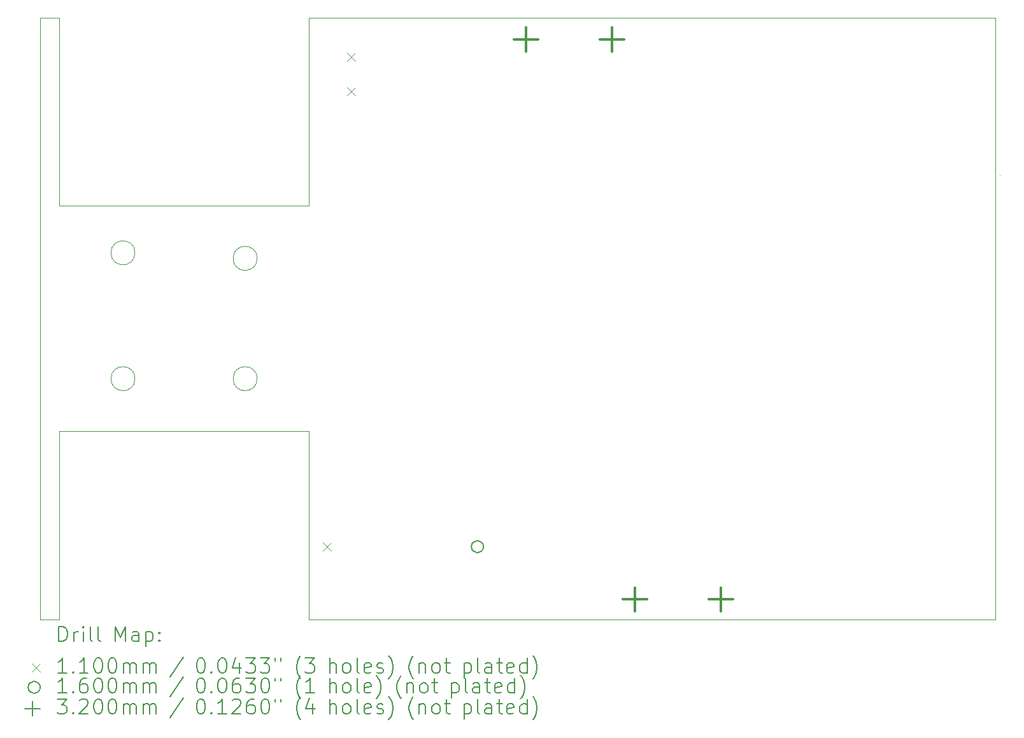
<source format=gbr>
%TF.GenerationSoftware,KiCad,Pcbnew,(7.0.0-0)*%
%TF.CreationDate,2023-02-22T15:23:46+03:00*%
%TF.ProjectId,RP2040_minimal,52503230-3430-45f6-9d69-6e696d616c2e,REV1*%
%TF.SameCoordinates,Original*%
%TF.FileFunction,Drillmap*%
%TF.FilePolarity,Positive*%
%FSLAX45Y45*%
G04 Gerber Fmt 4.5, Leading zero omitted, Abs format (unit mm)*
G04 Created by KiCad (PCBNEW (7.0.0-0)) date 2023-02-22 15:23:46*
%MOMM*%
%LPD*%
G01*
G04 APERTURE LIST*
%ADD10C,0.010000*%
%ADD11C,0.001536*%
%ADD12C,0.200000*%
%ADD13C,0.110000*%
%ADD14C,0.160000*%
%ADD15C,0.320000*%
G04 APERTURE END LIST*
D10*
X22124000Y-3959000D02*
X22124000Y-11959000D01*
D11*
X22179500Y-6050023D02*
X22179500Y-6050023D01*
D10*
X12308500Y-8759000D02*
G75*
G03*
X12308500Y-8759000I-160000J0D01*
G01*
X9674000Y-9459000D02*
X12999000Y-9459000D01*
X22124000Y-5651000D02*
X22124000Y-5651000D01*
X12999000Y-3959000D02*
X22124000Y-3959000D01*
X22124000Y-11959000D02*
X12999000Y-11959000D01*
X12999000Y-9459000D02*
X12999000Y-11959000D01*
X9674000Y-3959000D02*
X9674000Y-6459000D01*
X10684500Y-7085623D02*
G75*
G03*
X10684500Y-7085623I-160000J0D01*
G01*
X10684500Y-8759000D02*
G75*
G03*
X10684500Y-8759000I-160000J0D01*
G01*
X12999000Y-6459000D02*
X12999000Y-3959000D01*
X9424000Y-11959000D02*
X9424000Y-3959000D01*
X9674000Y-11959000D02*
X9424000Y-11959000D01*
X9674000Y-11959000D02*
X9674000Y-9459000D01*
X9424000Y-3959000D02*
X9674000Y-3959000D01*
X12308500Y-7159000D02*
G75*
G03*
X12308500Y-7159000I-160000J0D01*
G01*
X9674000Y-6459000D02*
X12999000Y-6459000D01*
D12*
D13*
X13181607Y-10938000D02*
X13291607Y-11048000D01*
X13291607Y-10938000D02*
X13181607Y-11048000D01*
X13503000Y-4427000D02*
X13613000Y-4537000D01*
X13613000Y-4427000D02*
X13503000Y-4537000D01*
X13503000Y-4887000D02*
X13613000Y-4997000D01*
X13613000Y-4887000D02*
X13503000Y-4997000D01*
D14*
X15316607Y-10993000D02*
G75*
G03*
X15316607Y-10993000I-80000J0D01*
G01*
D15*
X15883000Y-4087000D02*
X15883000Y-4407000D01*
X15723000Y-4247000D02*
X16043000Y-4247000D01*
X17026000Y-4087000D02*
X17026000Y-4407000D01*
X16866000Y-4247000D02*
X17186000Y-4247000D01*
X17330000Y-11535000D02*
X17330000Y-11855000D01*
X17170000Y-11695000D02*
X17490000Y-11695000D01*
X18473000Y-11535000D02*
X18473000Y-11855000D01*
X18313000Y-11695000D02*
X18633000Y-11695000D01*
D12*
X9671119Y-12252976D02*
X9671119Y-12052976D01*
X9671119Y-12052976D02*
X9718738Y-12052976D01*
X9718738Y-12052976D02*
X9747310Y-12062500D01*
X9747310Y-12062500D02*
X9766357Y-12081548D01*
X9766357Y-12081548D02*
X9775881Y-12100595D01*
X9775881Y-12100595D02*
X9785405Y-12138690D01*
X9785405Y-12138690D02*
X9785405Y-12167262D01*
X9785405Y-12167262D02*
X9775881Y-12205357D01*
X9775881Y-12205357D02*
X9766357Y-12224405D01*
X9766357Y-12224405D02*
X9747310Y-12243452D01*
X9747310Y-12243452D02*
X9718738Y-12252976D01*
X9718738Y-12252976D02*
X9671119Y-12252976D01*
X9871119Y-12252976D02*
X9871119Y-12119643D01*
X9871119Y-12157738D02*
X9880643Y-12138690D01*
X9880643Y-12138690D02*
X9890167Y-12129167D01*
X9890167Y-12129167D02*
X9909214Y-12119643D01*
X9909214Y-12119643D02*
X9928262Y-12119643D01*
X9994929Y-12252976D02*
X9994929Y-12119643D01*
X9994929Y-12052976D02*
X9985405Y-12062500D01*
X9985405Y-12062500D02*
X9994929Y-12072024D01*
X9994929Y-12072024D02*
X10004452Y-12062500D01*
X10004452Y-12062500D02*
X9994929Y-12052976D01*
X9994929Y-12052976D02*
X9994929Y-12072024D01*
X10118738Y-12252976D02*
X10099690Y-12243452D01*
X10099690Y-12243452D02*
X10090167Y-12224405D01*
X10090167Y-12224405D02*
X10090167Y-12052976D01*
X10223500Y-12252976D02*
X10204452Y-12243452D01*
X10204452Y-12243452D02*
X10194929Y-12224405D01*
X10194929Y-12224405D02*
X10194929Y-12052976D01*
X10419690Y-12252976D02*
X10419690Y-12052976D01*
X10419690Y-12052976D02*
X10486357Y-12195833D01*
X10486357Y-12195833D02*
X10553024Y-12052976D01*
X10553024Y-12052976D02*
X10553024Y-12252976D01*
X10733976Y-12252976D02*
X10733976Y-12148214D01*
X10733976Y-12148214D02*
X10724452Y-12129167D01*
X10724452Y-12129167D02*
X10705405Y-12119643D01*
X10705405Y-12119643D02*
X10667309Y-12119643D01*
X10667309Y-12119643D02*
X10648262Y-12129167D01*
X10733976Y-12243452D02*
X10714929Y-12252976D01*
X10714929Y-12252976D02*
X10667309Y-12252976D01*
X10667309Y-12252976D02*
X10648262Y-12243452D01*
X10648262Y-12243452D02*
X10638738Y-12224405D01*
X10638738Y-12224405D02*
X10638738Y-12205357D01*
X10638738Y-12205357D02*
X10648262Y-12186309D01*
X10648262Y-12186309D02*
X10667309Y-12176786D01*
X10667309Y-12176786D02*
X10714929Y-12176786D01*
X10714929Y-12176786D02*
X10733976Y-12167262D01*
X10829214Y-12119643D02*
X10829214Y-12319643D01*
X10829214Y-12129167D02*
X10848262Y-12119643D01*
X10848262Y-12119643D02*
X10886357Y-12119643D01*
X10886357Y-12119643D02*
X10905405Y-12129167D01*
X10905405Y-12129167D02*
X10914929Y-12138690D01*
X10914929Y-12138690D02*
X10924452Y-12157738D01*
X10924452Y-12157738D02*
X10924452Y-12214881D01*
X10924452Y-12214881D02*
X10914929Y-12233928D01*
X10914929Y-12233928D02*
X10905405Y-12243452D01*
X10905405Y-12243452D02*
X10886357Y-12252976D01*
X10886357Y-12252976D02*
X10848262Y-12252976D01*
X10848262Y-12252976D02*
X10829214Y-12243452D01*
X11010167Y-12233928D02*
X11019690Y-12243452D01*
X11019690Y-12243452D02*
X11010167Y-12252976D01*
X11010167Y-12252976D02*
X11000643Y-12243452D01*
X11000643Y-12243452D02*
X11010167Y-12233928D01*
X11010167Y-12233928D02*
X11010167Y-12252976D01*
X11010167Y-12129167D02*
X11019690Y-12138690D01*
X11019690Y-12138690D02*
X11010167Y-12148214D01*
X11010167Y-12148214D02*
X11000643Y-12138690D01*
X11000643Y-12138690D02*
X11010167Y-12129167D01*
X11010167Y-12129167D02*
X11010167Y-12148214D01*
D13*
X9313500Y-12544500D02*
X9423500Y-12654500D01*
X9423500Y-12544500D02*
X9313500Y-12654500D01*
D12*
X9775881Y-12672976D02*
X9661595Y-12672976D01*
X9718738Y-12672976D02*
X9718738Y-12472976D01*
X9718738Y-12472976D02*
X9699690Y-12501548D01*
X9699690Y-12501548D02*
X9680643Y-12520595D01*
X9680643Y-12520595D02*
X9661595Y-12530119D01*
X9861595Y-12653928D02*
X9871119Y-12663452D01*
X9871119Y-12663452D02*
X9861595Y-12672976D01*
X9861595Y-12672976D02*
X9852071Y-12663452D01*
X9852071Y-12663452D02*
X9861595Y-12653928D01*
X9861595Y-12653928D02*
X9861595Y-12672976D01*
X10061595Y-12672976D02*
X9947310Y-12672976D01*
X10004452Y-12672976D02*
X10004452Y-12472976D01*
X10004452Y-12472976D02*
X9985405Y-12501548D01*
X9985405Y-12501548D02*
X9966357Y-12520595D01*
X9966357Y-12520595D02*
X9947310Y-12530119D01*
X10185405Y-12472976D02*
X10204452Y-12472976D01*
X10204452Y-12472976D02*
X10223500Y-12482500D01*
X10223500Y-12482500D02*
X10233024Y-12492024D01*
X10233024Y-12492024D02*
X10242548Y-12511071D01*
X10242548Y-12511071D02*
X10252071Y-12549167D01*
X10252071Y-12549167D02*
X10252071Y-12596786D01*
X10252071Y-12596786D02*
X10242548Y-12634881D01*
X10242548Y-12634881D02*
X10233024Y-12653928D01*
X10233024Y-12653928D02*
X10223500Y-12663452D01*
X10223500Y-12663452D02*
X10204452Y-12672976D01*
X10204452Y-12672976D02*
X10185405Y-12672976D01*
X10185405Y-12672976D02*
X10166357Y-12663452D01*
X10166357Y-12663452D02*
X10156833Y-12653928D01*
X10156833Y-12653928D02*
X10147310Y-12634881D01*
X10147310Y-12634881D02*
X10137786Y-12596786D01*
X10137786Y-12596786D02*
X10137786Y-12549167D01*
X10137786Y-12549167D02*
X10147310Y-12511071D01*
X10147310Y-12511071D02*
X10156833Y-12492024D01*
X10156833Y-12492024D02*
X10166357Y-12482500D01*
X10166357Y-12482500D02*
X10185405Y-12472976D01*
X10375881Y-12472976D02*
X10394929Y-12472976D01*
X10394929Y-12472976D02*
X10413976Y-12482500D01*
X10413976Y-12482500D02*
X10423500Y-12492024D01*
X10423500Y-12492024D02*
X10433024Y-12511071D01*
X10433024Y-12511071D02*
X10442548Y-12549167D01*
X10442548Y-12549167D02*
X10442548Y-12596786D01*
X10442548Y-12596786D02*
X10433024Y-12634881D01*
X10433024Y-12634881D02*
X10423500Y-12653928D01*
X10423500Y-12653928D02*
X10413976Y-12663452D01*
X10413976Y-12663452D02*
X10394929Y-12672976D01*
X10394929Y-12672976D02*
X10375881Y-12672976D01*
X10375881Y-12672976D02*
X10356833Y-12663452D01*
X10356833Y-12663452D02*
X10347310Y-12653928D01*
X10347310Y-12653928D02*
X10337786Y-12634881D01*
X10337786Y-12634881D02*
X10328262Y-12596786D01*
X10328262Y-12596786D02*
X10328262Y-12549167D01*
X10328262Y-12549167D02*
X10337786Y-12511071D01*
X10337786Y-12511071D02*
X10347310Y-12492024D01*
X10347310Y-12492024D02*
X10356833Y-12482500D01*
X10356833Y-12482500D02*
X10375881Y-12472976D01*
X10528262Y-12672976D02*
X10528262Y-12539643D01*
X10528262Y-12558690D02*
X10537786Y-12549167D01*
X10537786Y-12549167D02*
X10556833Y-12539643D01*
X10556833Y-12539643D02*
X10585405Y-12539643D01*
X10585405Y-12539643D02*
X10604452Y-12549167D01*
X10604452Y-12549167D02*
X10613976Y-12568214D01*
X10613976Y-12568214D02*
X10613976Y-12672976D01*
X10613976Y-12568214D02*
X10623500Y-12549167D01*
X10623500Y-12549167D02*
X10642548Y-12539643D01*
X10642548Y-12539643D02*
X10671119Y-12539643D01*
X10671119Y-12539643D02*
X10690167Y-12549167D01*
X10690167Y-12549167D02*
X10699691Y-12568214D01*
X10699691Y-12568214D02*
X10699691Y-12672976D01*
X10794929Y-12672976D02*
X10794929Y-12539643D01*
X10794929Y-12558690D02*
X10804452Y-12549167D01*
X10804452Y-12549167D02*
X10823500Y-12539643D01*
X10823500Y-12539643D02*
X10852072Y-12539643D01*
X10852072Y-12539643D02*
X10871119Y-12549167D01*
X10871119Y-12549167D02*
X10880643Y-12568214D01*
X10880643Y-12568214D02*
X10880643Y-12672976D01*
X10880643Y-12568214D02*
X10890167Y-12549167D01*
X10890167Y-12549167D02*
X10909214Y-12539643D01*
X10909214Y-12539643D02*
X10937786Y-12539643D01*
X10937786Y-12539643D02*
X10956833Y-12549167D01*
X10956833Y-12549167D02*
X10966357Y-12568214D01*
X10966357Y-12568214D02*
X10966357Y-12672976D01*
X11324452Y-12463452D02*
X11153024Y-12720595D01*
X11549214Y-12472976D02*
X11568262Y-12472976D01*
X11568262Y-12472976D02*
X11587310Y-12482500D01*
X11587310Y-12482500D02*
X11596833Y-12492024D01*
X11596833Y-12492024D02*
X11606357Y-12511071D01*
X11606357Y-12511071D02*
X11615881Y-12549167D01*
X11615881Y-12549167D02*
X11615881Y-12596786D01*
X11615881Y-12596786D02*
X11606357Y-12634881D01*
X11606357Y-12634881D02*
X11596833Y-12653928D01*
X11596833Y-12653928D02*
X11587310Y-12663452D01*
X11587310Y-12663452D02*
X11568262Y-12672976D01*
X11568262Y-12672976D02*
X11549214Y-12672976D01*
X11549214Y-12672976D02*
X11530167Y-12663452D01*
X11530167Y-12663452D02*
X11520643Y-12653928D01*
X11520643Y-12653928D02*
X11511119Y-12634881D01*
X11511119Y-12634881D02*
X11501595Y-12596786D01*
X11501595Y-12596786D02*
X11501595Y-12549167D01*
X11501595Y-12549167D02*
X11511119Y-12511071D01*
X11511119Y-12511071D02*
X11520643Y-12492024D01*
X11520643Y-12492024D02*
X11530167Y-12482500D01*
X11530167Y-12482500D02*
X11549214Y-12472976D01*
X11701595Y-12653928D02*
X11711119Y-12663452D01*
X11711119Y-12663452D02*
X11701595Y-12672976D01*
X11701595Y-12672976D02*
X11692071Y-12663452D01*
X11692071Y-12663452D02*
X11701595Y-12653928D01*
X11701595Y-12653928D02*
X11701595Y-12672976D01*
X11834929Y-12472976D02*
X11853976Y-12472976D01*
X11853976Y-12472976D02*
X11873024Y-12482500D01*
X11873024Y-12482500D02*
X11882548Y-12492024D01*
X11882548Y-12492024D02*
X11892071Y-12511071D01*
X11892071Y-12511071D02*
X11901595Y-12549167D01*
X11901595Y-12549167D02*
X11901595Y-12596786D01*
X11901595Y-12596786D02*
X11892071Y-12634881D01*
X11892071Y-12634881D02*
X11882548Y-12653928D01*
X11882548Y-12653928D02*
X11873024Y-12663452D01*
X11873024Y-12663452D02*
X11853976Y-12672976D01*
X11853976Y-12672976D02*
X11834929Y-12672976D01*
X11834929Y-12672976D02*
X11815881Y-12663452D01*
X11815881Y-12663452D02*
X11806357Y-12653928D01*
X11806357Y-12653928D02*
X11796833Y-12634881D01*
X11796833Y-12634881D02*
X11787310Y-12596786D01*
X11787310Y-12596786D02*
X11787310Y-12549167D01*
X11787310Y-12549167D02*
X11796833Y-12511071D01*
X11796833Y-12511071D02*
X11806357Y-12492024D01*
X11806357Y-12492024D02*
X11815881Y-12482500D01*
X11815881Y-12482500D02*
X11834929Y-12472976D01*
X12073024Y-12539643D02*
X12073024Y-12672976D01*
X12025405Y-12463452D02*
X11977786Y-12606309D01*
X11977786Y-12606309D02*
X12101595Y-12606309D01*
X12158738Y-12472976D02*
X12282548Y-12472976D01*
X12282548Y-12472976D02*
X12215881Y-12549167D01*
X12215881Y-12549167D02*
X12244452Y-12549167D01*
X12244452Y-12549167D02*
X12263500Y-12558690D01*
X12263500Y-12558690D02*
X12273024Y-12568214D01*
X12273024Y-12568214D02*
X12282548Y-12587262D01*
X12282548Y-12587262D02*
X12282548Y-12634881D01*
X12282548Y-12634881D02*
X12273024Y-12653928D01*
X12273024Y-12653928D02*
X12263500Y-12663452D01*
X12263500Y-12663452D02*
X12244452Y-12672976D01*
X12244452Y-12672976D02*
X12187310Y-12672976D01*
X12187310Y-12672976D02*
X12168262Y-12663452D01*
X12168262Y-12663452D02*
X12158738Y-12653928D01*
X12349214Y-12472976D02*
X12473024Y-12472976D01*
X12473024Y-12472976D02*
X12406357Y-12549167D01*
X12406357Y-12549167D02*
X12434929Y-12549167D01*
X12434929Y-12549167D02*
X12453976Y-12558690D01*
X12453976Y-12558690D02*
X12463500Y-12568214D01*
X12463500Y-12568214D02*
X12473024Y-12587262D01*
X12473024Y-12587262D02*
X12473024Y-12634881D01*
X12473024Y-12634881D02*
X12463500Y-12653928D01*
X12463500Y-12653928D02*
X12453976Y-12663452D01*
X12453976Y-12663452D02*
X12434929Y-12672976D01*
X12434929Y-12672976D02*
X12377786Y-12672976D01*
X12377786Y-12672976D02*
X12358738Y-12663452D01*
X12358738Y-12663452D02*
X12349214Y-12653928D01*
X12549214Y-12472976D02*
X12549214Y-12511071D01*
X12625405Y-12472976D02*
X12625405Y-12511071D01*
X12888262Y-12749167D02*
X12878738Y-12739643D01*
X12878738Y-12739643D02*
X12859691Y-12711071D01*
X12859691Y-12711071D02*
X12850167Y-12692024D01*
X12850167Y-12692024D02*
X12840643Y-12663452D01*
X12840643Y-12663452D02*
X12831119Y-12615833D01*
X12831119Y-12615833D02*
X12831119Y-12577738D01*
X12831119Y-12577738D02*
X12840643Y-12530119D01*
X12840643Y-12530119D02*
X12850167Y-12501548D01*
X12850167Y-12501548D02*
X12859691Y-12482500D01*
X12859691Y-12482500D02*
X12878738Y-12453928D01*
X12878738Y-12453928D02*
X12888262Y-12444405D01*
X12945405Y-12472976D02*
X13069214Y-12472976D01*
X13069214Y-12472976D02*
X13002548Y-12549167D01*
X13002548Y-12549167D02*
X13031119Y-12549167D01*
X13031119Y-12549167D02*
X13050167Y-12558690D01*
X13050167Y-12558690D02*
X13059691Y-12568214D01*
X13059691Y-12568214D02*
X13069214Y-12587262D01*
X13069214Y-12587262D02*
X13069214Y-12634881D01*
X13069214Y-12634881D02*
X13059691Y-12653928D01*
X13059691Y-12653928D02*
X13050167Y-12663452D01*
X13050167Y-12663452D02*
X13031119Y-12672976D01*
X13031119Y-12672976D02*
X12973976Y-12672976D01*
X12973976Y-12672976D02*
X12954929Y-12663452D01*
X12954929Y-12663452D02*
X12945405Y-12653928D01*
X13274929Y-12672976D02*
X13274929Y-12472976D01*
X13360643Y-12672976D02*
X13360643Y-12568214D01*
X13360643Y-12568214D02*
X13351119Y-12549167D01*
X13351119Y-12549167D02*
X13332072Y-12539643D01*
X13332072Y-12539643D02*
X13303500Y-12539643D01*
X13303500Y-12539643D02*
X13284452Y-12549167D01*
X13284452Y-12549167D02*
X13274929Y-12558690D01*
X13484452Y-12672976D02*
X13465405Y-12663452D01*
X13465405Y-12663452D02*
X13455881Y-12653928D01*
X13455881Y-12653928D02*
X13446357Y-12634881D01*
X13446357Y-12634881D02*
X13446357Y-12577738D01*
X13446357Y-12577738D02*
X13455881Y-12558690D01*
X13455881Y-12558690D02*
X13465405Y-12549167D01*
X13465405Y-12549167D02*
X13484452Y-12539643D01*
X13484452Y-12539643D02*
X13513024Y-12539643D01*
X13513024Y-12539643D02*
X13532072Y-12549167D01*
X13532072Y-12549167D02*
X13541595Y-12558690D01*
X13541595Y-12558690D02*
X13551119Y-12577738D01*
X13551119Y-12577738D02*
X13551119Y-12634881D01*
X13551119Y-12634881D02*
X13541595Y-12653928D01*
X13541595Y-12653928D02*
X13532072Y-12663452D01*
X13532072Y-12663452D02*
X13513024Y-12672976D01*
X13513024Y-12672976D02*
X13484452Y-12672976D01*
X13665405Y-12672976D02*
X13646357Y-12663452D01*
X13646357Y-12663452D02*
X13636833Y-12644405D01*
X13636833Y-12644405D02*
X13636833Y-12472976D01*
X13817786Y-12663452D02*
X13798738Y-12672976D01*
X13798738Y-12672976D02*
X13760643Y-12672976D01*
X13760643Y-12672976D02*
X13741595Y-12663452D01*
X13741595Y-12663452D02*
X13732072Y-12644405D01*
X13732072Y-12644405D02*
X13732072Y-12568214D01*
X13732072Y-12568214D02*
X13741595Y-12549167D01*
X13741595Y-12549167D02*
X13760643Y-12539643D01*
X13760643Y-12539643D02*
X13798738Y-12539643D01*
X13798738Y-12539643D02*
X13817786Y-12549167D01*
X13817786Y-12549167D02*
X13827310Y-12568214D01*
X13827310Y-12568214D02*
X13827310Y-12587262D01*
X13827310Y-12587262D02*
X13732072Y-12606309D01*
X13903500Y-12663452D02*
X13922548Y-12672976D01*
X13922548Y-12672976D02*
X13960643Y-12672976D01*
X13960643Y-12672976D02*
X13979691Y-12663452D01*
X13979691Y-12663452D02*
X13989214Y-12644405D01*
X13989214Y-12644405D02*
X13989214Y-12634881D01*
X13989214Y-12634881D02*
X13979691Y-12615833D01*
X13979691Y-12615833D02*
X13960643Y-12606309D01*
X13960643Y-12606309D02*
X13932072Y-12606309D01*
X13932072Y-12606309D02*
X13913024Y-12596786D01*
X13913024Y-12596786D02*
X13903500Y-12577738D01*
X13903500Y-12577738D02*
X13903500Y-12568214D01*
X13903500Y-12568214D02*
X13913024Y-12549167D01*
X13913024Y-12549167D02*
X13932072Y-12539643D01*
X13932072Y-12539643D02*
X13960643Y-12539643D01*
X13960643Y-12539643D02*
X13979691Y-12549167D01*
X14055881Y-12749167D02*
X14065405Y-12739643D01*
X14065405Y-12739643D02*
X14084453Y-12711071D01*
X14084453Y-12711071D02*
X14093976Y-12692024D01*
X14093976Y-12692024D02*
X14103500Y-12663452D01*
X14103500Y-12663452D02*
X14113024Y-12615833D01*
X14113024Y-12615833D02*
X14113024Y-12577738D01*
X14113024Y-12577738D02*
X14103500Y-12530119D01*
X14103500Y-12530119D02*
X14093976Y-12501548D01*
X14093976Y-12501548D02*
X14084453Y-12482500D01*
X14084453Y-12482500D02*
X14065405Y-12453928D01*
X14065405Y-12453928D02*
X14055881Y-12444405D01*
X14385405Y-12749167D02*
X14375881Y-12739643D01*
X14375881Y-12739643D02*
X14356833Y-12711071D01*
X14356833Y-12711071D02*
X14347310Y-12692024D01*
X14347310Y-12692024D02*
X14337786Y-12663452D01*
X14337786Y-12663452D02*
X14328262Y-12615833D01*
X14328262Y-12615833D02*
X14328262Y-12577738D01*
X14328262Y-12577738D02*
X14337786Y-12530119D01*
X14337786Y-12530119D02*
X14347310Y-12501548D01*
X14347310Y-12501548D02*
X14356833Y-12482500D01*
X14356833Y-12482500D02*
X14375881Y-12453928D01*
X14375881Y-12453928D02*
X14385405Y-12444405D01*
X14461595Y-12539643D02*
X14461595Y-12672976D01*
X14461595Y-12558690D02*
X14471119Y-12549167D01*
X14471119Y-12549167D02*
X14490167Y-12539643D01*
X14490167Y-12539643D02*
X14518738Y-12539643D01*
X14518738Y-12539643D02*
X14537786Y-12549167D01*
X14537786Y-12549167D02*
X14547310Y-12568214D01*
X14547310Y-12568214D02*
X14547310Y-12672976D01*
X14671119Y-12672976D02*
X14652072Y-12663452D01*
X14652072Y-12663452D02*
X14642548Y-12653928D01*
X14642548Y-12653928D02*
X14633024Y-12634881D01*
X14633024Y-12634881D02*
X14633024Y-12577738D01*
X14633024Y-12577738D02*
X14642548Y-12558690D01*
X14642548Y-12558690D02*
X14652072Y-12549167D01*
X14652072Y-12549167D02*
X14671119Y-12539643D01*
X14671119Y-12539643D02*
X14699691Y-12539643D01*
X14699691Y-12539643D02*
X14718738Y-12549167D01*
X14718738Y-12549167D02*
X14728262Y-12558690D01*
X14728262Y-12558690D02*
X14737786Y-12577738D01*
X14737786Y-12577738D02*
X14737786Y-12634881D01*
X14737786Y-12634881D02*
X14728262Y-12653928D01*
X14728262Y-12653928D02*
X14718738Y-12663452D01*
X14718738Y-12663452D02*
X14699691Y-12672976D01*
X14699691Y-12672976D02*
X14671119Y-12672976D01*
X14794929Y-12539643D02*
X14871119Y-12539643D01*
X14823500Y-12472976D02*
X14823500Y-12644405D01*
X14823500Y-12644405D02*
X14833024Y-12663452D01*
X14833024Y-12663452D02*
X14852072Y-12672976D01*
X14852072Y-12672976D02*
X14871119Y-12672976D01*
X15057786Y-12539643D02*
X15057786Y-12739643D01*
X15057786Y-12549167D02*
X15076833Y-12539643D01*
X15076833Y-12539643D02*
X15114929Y-12539643D01*
X15114929Y-12539643D02*
X15133976Y-12549167D01*
X15133976Y-12549167D02*
X15143500Y-12558690D01*
X15143500Y-12558690D02*
X15153024Y-12577738D01*
X15153024Y-12577738D02*
X15153024Y-12634881D01*
X15153024Y-12634881D02*
X15143500Y-12653928D01*
X15143500Y-12653928D02*
X15133976Y-12663452D01*
X15133976Y-12663452D02*
X15114929Y-12672976D01*
X15114929Y-12672976D02*
X15076833Y-12672976D01*
X15076833Y-12672976D02*
X15057786Y-12663452D01*
X15267310Y-12672976D02*
X15248262Y-12663452D01*
X15248262Y-12663452D02*
X15238738Y-12644405D01*
X15238738Y-12644405D02*
X15238738Y-12472976D01*
X15429214Y-12672976D02*
X15429214Y-12568214D01*
X15429214Y-12568214D02*
X15419691Y-12549167D01*
X15419691Y-12549167D02*
X15400643Y-12539643D01*
X15400643Y-12539643D02*
X15362548Y-12539643D01*
X15362548Y-12539643D02*
X15343500Y-12549167D01*
X15429214Y-12663452D02*
X15410167Y-12672976D01*
X15410167Y-12672976D02*
X15362548Y-12672976D01*
X15362548Y-12672976D02*
X15343500Y-12663452D01*
X15343500Y-12663452D02*
X15333976Y-12644405D01*
X15333976Y-12644405D02*
X15333976Y-12625357D01*
X15333976Y-12625357D02*
X15343500Y-12606309D01*
X15343500Y-12606309D02*
X15362548Y-12596786D01*
X15362548Y-12596786D02*
X15410167Y-12596786D01*
X15410167Y-12596786D02*
X15429214Y-12587262D01*
X15495881Y-12539643D02*
X15572072Y-12539643D01*
X15524453Y-12472976D02*
X15524453Y-12644405D01*
X15524453Y-12644405D02*
X15533976Y-12663452D01*
X15533976Y-12663452D02*
X15553024Y-12672976D01*
X15553024Y-12672976D02*
X15572072Y-12672976D01*
X15714929Y-12663452D02*
X15695881Y-12672976D01*
X15695881Y-12672976D02*
X15657786Y-12672976D01*
X15657786Y-12672976D02*
X15638738Y-12663452D01*
X15638738Y-12663452D02*
X15629214Y-12644405D01*
X15629214Y-12644405D02*
X15629214Y-12568214D01*
X15629214Y-12568214D02*
X15638738Y-12549167D01*
X15638738Y-12549167D02*
X15657786Y-12539643D01*
X15657786Y-12539643D02*
X15695881Y-12539643D01*
X15695881Y-12539643D02*
X15714929Y-12549167D01*
X15714929Y-12549167D02*
X15724453Y-12568214D01*
X15724453Y-12568214D02*
X15724453Y-12587262D01*
X15724453Y-12587262D02*
X15629214Y-12606309D01*
X15895881Y-12672976D02*
X15895881Y-12472976D01*
X15895881Y-12663452D02*
X15876834Y-12672976D01*
X15876834Y-12672976D02*
X15838738Y-12672976D01*
X15838738Y-12672976D02*
X15819691Y-12663452D01*
X15819691Y-12663452D02*
X15810167Y-12653928D01*
X15810167Y-12653928D02*
X15800643Y-12634881D01*
X15800643Y-12634881D02*
X15800643Y-12577738D01*
X15800643Y-12577738D02*
X15810167Y-12558690D01*
X15810167Y-12558690D02*
X15819691Y-12549167D01*
X15819691Y-12549167D02*
X15838738Y-12539643D01*
X15838738Y-12539643D02*
X15876834Y-12539643D01*
X15876834Y-12539643D02*
X15895881Y-12549167D01*
X15972072Y-12749167D02*
X15981595Y-12739643D01*
X15981595Y-12739643D02*
X16000643Y-12711071D01*
X16000643Y-12711071D02*
X16010167Y-12692024D01*
X16010167Y-12692024D02*
X16019691Y-12663452D01*
X16019691Y-12663452D02*
X16029214Y-12615833D01*
X16029214Y-12615833D02*
X16029214Y-12577738D01*
X16029214Y-12577738D02*
X16019691Y-12530119D01*
X16019691Y-12530119D02*
X16010167Y-12501548D01*
X16010167Y-12501548D02*
X16000643Y-12482500D01*
X16000643Y-12482500D02*
X15981595Y-12453928D01*
X15981595Y-12453928D02*
X15972072Y-12444405D01*
D14*
X9423500Y-12863500D02*
G75*
G03*
X9423500Y-12863500I-80000J0D01*
G01*
D12*
X9775881Y-12936976D02*
X9661595Y-12936976D01*
X9718738Y-12936976D02*
X9718738Y-12736976D01*
X9718738Y-12736976D02*
X9699690Y-12765548D01*
X9699690Y-12765548D02*
X9680643Y-12784595D01*
X9680643Y-12784595D02*
X9661595Y-12794119D01*
X9861595Y-12917928D02*
X9871119Y-12927452D01*
X9871119Y-12927452D02*
X9861595Y-12936976D01*
X9861595Y-12936976D02*
X9852071Y-12927452D01*
X9852071Y-12927452D02*
X9861595Y-12917928D01*
X9861595Y-12917928D02*
X9861595Y-12936976D01*
X10042548Y-12736976D02*
X10004452Y-12736976D01*
X10004452Y-12736976D02*
X9985405Y-12746500D01*
X9985405Y-12746500D02*
X9975881Y-12756024D01*
X9975881Y-12756024D02*
X9956833Y-12784595D01*
X9956833Y-12784595D02*
X9947310Y-12822690D01*
X9947310Y-12822690D02*
X9947310Y-12898881D01*
X9947310Y-12898881D02*
X9956833Y-12917928D01*
X9956833Y-12917928D02*
X9966357Y-12927452D01*
X9966357Y-12927452D02*
X9985405Y-12936976D01*
X9985405Y-12936976D02*
X10023500Y-12936976D01*
X10023500Y-12936976D02*
X10042548Y-12927452D01*
X10042548Y-12927452D02*
X10052071Y-12917928D01*
X10052071Y-12917928D02*
X10061595Y-12898881D01*
X10061595Y-12898881D02*
X10061595Y-12851262D01*
X10061595Y-12851262D02*
X10052071Y-12832214D01*
X10052071Y-12832214D02*
X10042548Y-12822690D01*
X10042548Y-12822690D02*
X10023500Y-12813167D01*
X10023500Y-12813167D02*
X9985405Y-12813167D01*
X9985405Y-12813167D02*
X9966357Y-12822690D01*
X9966357Y-12822690D02*
X9956833Y-12832214D01*
X9956833Y-12832214D02*
X9947310Y-12851262D01*
X10185405Y-12736976D02*
X10204452Y-12736976D01*
X10204452Y-12736976D02*
X10223500Y-12746500D01*
X10223500Y-12746500D02*
X10233024Y-12756024D01*
X10233024Y-12756024D02*
X10242548Y-12775071D01*
X10242548Y-12775071D02*
X10252071Y-12813167D01*
X10252071Y-12813167D02*
X10252071Y-12860786D01*
X10252071Y-12860786D02*
X10242548Y-12898881D01*
X10242548Y-12898881D02*
X10233024Y-12917928D01*
X10233024Y-12917928D02*
X10223500Y-12927452D01*
X10223500Y-12927452D02*
X10204452Y-12936976D01*
X10204452Y-12936976D02*
X10185405Y-12936976D01*
X10185405Y-12936976D02*
X10166357Y-12927452D01*
X10166357Y-12927452D02*
X10156833Y-12917928D01*
X10156833Y-12917928D02*
X10147310Y-12898881D01*
X10147310Y-12898881D02*
X10137786Y-12860786D01*
X10137786Y-12860786D02*
X10137786Y-12813167D01*
X10137786Y-12813167D02*
X10147310Y-12775071D01*
X10147310Y-12775071D02*
X10156833Y-12756024D01*
X10156833Y-12756024D02*
X10166357Y-12746500D01*
X10166357Y-12746500D02*
X10185405Y-12736976D01*
X10375881Y-12736976D02*
X10394929Y-12736976D01*
X10394929Y-12736976D02*
X10413976Y-12746500D01*
X10413976Y-12746500D02*
X10423500Y-12756024D01*
X10423500Y-12756024D02*
X10433024Y-12775071D01*
X10433024Y-12775071D02*
X10442548Y-12813167D01*
X10442548Y-12813167D02*
X10442548Y-12860786D01*
X10442548Y-12860786D02*
X10433024Y-12898881D01*
X10433024Y-12898881D02*
X10423500Y-12917928D01*
X10423500Y-12917928D02*
X10413976Y-12927452D01*
X10413976Y-12927452D02*
X10394929Y-12936976D01*
X10394929Y-12936976D02*
X10375881Y-12936976D01*
X10375881Y-12936976D02*
X10356833Y-12927452D01*
X10356833Y-12927452D02*
X10347310Y-12917928D01*
X10347310Y-12917928D02*
X10337786Y-12898881D01*
X10337786Y-12898881D02*
X10328262Y-12860786D01*
X10328262Y-12860786D02*
X10328262Y-12813167D01*
X10328262Y-12813167D02*
X10337786Y-12775071D01*
X10337786Y-12775071D02*
X10347310Y-12756024D01*
X10347310Y-12756024D02*
X10356833Y-12746500D01*
X10356833Y-12746500D02*
X10375881Y-12736976D01*
X10528262Y-12936976D02*
X10528262Y-12803643D01*
X10528262Y-12822690D02*
X10537786Y-12813167D01*
X10537786Y-12813167D02*
X10556833Y-12803643D01*
X10556833Y-12803643D02*
X10585405Y-12803643D01*
X10585405Y-12803643D02*
X10604452Y-12813167D01*
X10604452Y-12813167D02*
X10613976Y-12832214D01*
X10613976Y-12832214D02*
X10613976Y-12936976D01*
X10613976Y-12832214D02*
X10623500Y-12813167D01*
X10623500Y-12813167D02*
X10642548Y-12803643D01*
X10642548Y-12803643D02*
X10671119Y-12803643D01*
X10671119Y-12803643D02*
X10690167Y-12813167D01*
X10690167Y-12813167D02*
X10699691Y-12832214D01*
X10699691Y-12832214D02*
X10699691Y-12936976D01*
X10794929Y-12936976D02*
X10794929Y-12803643D01*
X10794929Y-12822690D02*
X10804452Y-12813167D01*
X10804452Y-12813167D02*
X10823500Y-12803643D01*
X10823500Y-12803643D02*
X10852072Y-12803643D01*
X10852072Y-12803643D02*
X10871119Y-12813167D01*
X10871119Y-12813167D02*
X10880643Y-12832214D01*
X10880643Y-12832214D02*
X10880643Y-12936976D01*
X10880643Y-12832214D02*
X10890167Y-12813167D01*
X10890167Y-12813167D02*
X10909214Y-12803643D01*
X10909214Y-12803643D02*
X10937786Y-12803643D01*
X10937786Y-12803643D02*
X10956833Y-12813167D01*
X10956833Y-12813167D02*
X10966357Y-12832214D01*
X10966357Y-12832214D02*
X10966357Y-12936976D01*
X11324452Y-12727452D02*
X11153024Y-12984595D01*
X11549214Y-12736976D02*
X11568262Y-12736976D01*
X11568262Y-12736976D02*
X11587310Y-12746500D01*
X11587310Y-12746500D02*
X11596833Y-12756024D01*
X11596833Y-12756024D02*
X11606357Y-12775071D01*
X11606357Y-12775071D02*
X11615881Y-12813167D01*
X11615881Y-12813167D02*
X11615881Y-12860786D01*
X11615881Y-12860786D02*
X11606357Y-12898881D01*
X11606357Y-12898881D02*
X11596833Y-12917928D01*
X11596833Y-12917928D02*
X11587310Y-12927452D01*
X11587310Y-12927452D02*
X11568262Y-12936976D01*
X11568262Y-12936976D02*
X11549214Y-12936976D01*
X11549214Y-12936976D02*
X11530167Y-12927452D01*
X11530167Y-12927452D02*
X11520643Y-12917928D01*
X11520643Y-12917928D02*
X11511119Y-12898881D01*
X11511119Y-12898881D02*
X11501595Y-12860786D01*
X11501595Y-12860786D02*
X11501595Y-12813167D01*
X11501595Y-12813167D02*
X11511119Y-12775071D01*
X11511119Y-12775071D02*
X11520643Y-12756024D01*
X11520643Y-12756024D02*
X11530167Y-12746500D01*
X11530167Y-12746500D02*
X11549214Y-12736976D01*
X11701595Y-12917928D02*
X11711119Y-12927452D01*
X11711119Y-12927452D02*
X11701595Y-12936976D01*
X11701595Y-12936976D02*
X11692071Y-12927452D01*
X11692071Y-12927452D02*
X11701595Y-12917928D01*
X11701595Y-12917928D02*
X11701595Y-12936976D01*
X11834929Y-12736976D02*
X11853976Y-12736976D01*
X11853976Y-12736976D02*
X11873024Y-12746500D01*
X11873024Y-12746500D02*
X11882548Y-12756024D01*
X11882548Y-12756024D02*
X11892071Y-12775071D01*
X11892071Y-12775071D02*
X11901595Y-12813167D01*
X11901595Y-12813167D02*
X11901595Y-12860786D01*
X11901595Y-12860786D02*
X11892071Y-12898881D01*
X11892071Y-12898881D02*
X11882548Y-12917928D01*
X11882548Y-12917928D02*
X11873024Y-12927452D01*
X11873024Y-12927452D02*
X11853976Y-12936976D01*
X11853976Y-12936976D02*
X11834929Y-12936976D01*
X11834929Y-12936976D02*
X11815881Y-12927452D01*
X11815881Y-12927452D02*
X11806357Y-12917928D01*
X11806357Y-12917928D02*
X11796833Y-12898881D01*
X11796833Y-12898881D02*
X11787310Y-12860786D01*
X11787310Y-12860786D02*
X11787310Y-12813167D01*
X11787310Y-12813167D02*
X11796833Y-12775071D01*
X11796833Y-12775071D02*
X11806357Y-12756024D01*
X11806357Y-12756024D02*
X11815881Y-12746500D01*
X11815881Y-12746500D02*
X11834929Y-12736976D01*
X12073024Y-12736976D02*
X12034929Y-12736976D01*
X12034929Y-12736976D02*
X12015881Y-12746500D01*
X12015881Y-12746500D02*
X12006357Y-12756024D01*
X12006357Y-12756024D02*
X11987310Y-12784595D01*
X11987310Y-12784595D02*
X11977786Y-12822690D01*
X11977786Y-12822690D02*
X11977786Y-12898881D01*
X11977786Y-12898881D02*
X11987310Y-12917928D01*
X11987310Y-12917928D02*
X11996833Y-12927452D01*
X11996833Y-12927452D02*
X12015881Y-12936976D01*
X12015881Y-12936976D02*
X12053976Y-12936976D01*
X12053976Y-12936976D02*
X12073024Y-12927452D01*
X12073024Y-12927452D02*
X12082548Y-12917928D01*
X12082548Y-12917928D02*
X12092071Y-12898881D01*
X12092071Y-12898881D02*
X12092071Y-12851262D01*
X12092071Y-12851262D02*
X12082548Y-12832214D01*
X12082548Y-12832214D02*
X12073024Y-12822690D01*
X12073024Y-12822690D02*
X12053976Y-12813167D01*
X12053976Y-12813167D02*
X12015881Y-12813167D01*
X12015881Y-12813167D02*
X11996833Y-12822690D01*
X11996833Y-12822690D02*
X11987310Y-12832214D01*
X11987310Y-12832214D02*
X11977786Y-12851262D01*
X12158738Y-12736976D02*
X12282548Y-12736976D01*
X12282548Y-12736976D02*
X12215881Y-12813167D01*
X12215881Y-12813167D02*
X12244452Y-12813167D01*
X12244452Y-12813167D02*
X12263500Y-12822690D01*
X12263500Y-12822690D02*
X12273024Y-12832214D01*
X12273024Y-12832214D02*
X12282548Y-12851262D01*
X12282548Y-12851262D02*
X12282548Y-12898881D01*
X12282548Y-12898881D02*
X12273024Y-12917928D01*
X12273024Y-12917928D02*
X12263500Y-12927452D01*
X12263500Y-12927452D02*
X12244452Y-12936976D01*
X12244452Y-12936976D02*
X12187310Y-12936976D01*
X12187310Y-12936976D02*
X12168262Y-12927452D01*
X12168262Y-12927452D02*
X12158738Y-12917928D01*
X12406357Y-12736976D02*
X12425405Y-12736976D01*
X12425405Y-12736976D02*
X12444452Y-12746500D01*
X12444452Y-12746500D02*
X12453976Y-12756024D01*
X12453976Y-12756024D02*
X12463500Y-12775071D01*
X12463500Y-12775071D02*
X12473024Y-12813167D01*
X12473024Y-12813167D02*
X12473024Y-12860786D01*
X12473024Y-12860786D02*
X12463500Y-12898881D01*
X12463500Y-12898881D02*
X12453976Y-12917928D01*
X12453976Y-12917928D02*
X12444452Y-12927452D01*
X12444452Y-12927452D02*
X12425405Y-12936976D01*
X12425405Y-12936976D02*
X12406357Y-12936976D01*
X12406357Y-12936976D02*
X12387310Y-12927452D01*
X12387310Y-12927452D02*
X12377786Y-12917928D01*
X12377786Y-12917928D02*
X12368262Y-12898881D01*
X12368262Y-12898881D02*
X12358738Y-12860786D01*
X12358738Y-12860786D02*
X12358738Y-12813167D01*
X12358738Y-12813167D02*
X12368262Y-12775071D01*
X12368262Y-12775071D02*
X12377786Y-12756024D01*
X12377786Y-12756024D02*
X12387310Y-12746500D01*
X12387310Y-12746500D02*
X12406357Y-12736976D01*
X12549214Y-12736976D02*
X12549214Y-12775071D01*
X12625405Y-12736976D02*
X12625405Y-12775071D01*
X12888262Y-13013167D02*
X12878738Y-13003643D01*
X12878738Y-13003643D02*
X12859691Y-12975071D01*
X12859691Y-12975071D02*
X12850167Y-12956024D01*
X12850167Y-12956024D02*
X12840643Y-12927452D01*
X12840643Y-12927452D02*
X12831119Y-12879833D01*
X12831119Y-12879833D02*
X12831119Y-12841738D01*
X12831119Y-12841738D02*
X12840643Y-12794119D01*
X12840643Y-12794119D02*
X12850167Y-12765548D01*
X12850167Y-12765548D02*
X12859691Y-12746500D01*
X12859691Y-12746500D02*
X12878738Y-12717928D01*
X12878738Y-12717928D02*
X12888262Y-12708405D01*
X13069214Y-12936976D02*
X12954929Y-12936976D01*
X13012071Y-12936976D02*
X13012071Y-12736976D01*
X13012071Y-12736976D02*
X12993024Y-12765548D01*
X12993024Y-12765548D02*
X12973976Y-12784595D01*
X12973976Y-12784595D02*
X12954929Y-12794119D01*
X13274929Y-12936976D02*
X13274929Y-12736976D01*
X13360643Y-12936976D02*
X13360643Y-12832214D01*
X13360643Y-12832214D02*
X13351119Y-12813167D01*
X13351119Y-12813167D02*
X13332072Y-12803643D01*
X13332072Y-12803643D02*
X13303500Y-12803643D01*
X13303500Y-12803643D02*
X13284452Y-12813167D01*
X13284452Y-12813167D02*
X13274929Y-12822690D01*
X13484452Y-12936976D02*
X13465405Y-12927452D01*
X13465405Y-12927452D02*
X13455881Y-12917928D01*
X13455881Y-12917928D02*
X13446357Y-12898881D01*
X13446357Y-12898881D02*
X13446357Y-12841738D01*
X13446357Y-12841738D02*
X13455881Y-12822690D01*
X13455881Y-12822690D02*
X13465405Y-12813167D01*
X13465405Y-12813167D02*
X13484452Y-12803643D01*
X13484452Y-12803643D02*
X13513024Y-12803643D01*
X13513024Y-12803643D02*
X13532072Y-12813167D01*
X13532072Y-12813167D02*
X13541595Y-12822690D01*
X13541595Y-12822690D02*
X13551119Y-12841738D01*
X13551119Y-12841738D02*
X13551119Y-12898881D01*
X13551119Y-12898881D02*
X13541595Y-12917928D01*
X13541595Y-12917928D02*
X13532072Y-12927452D01*
X13532072Y-12927452D02*
X13513024Y-12936976D01*
X13513024Y-12936976D02*
X13484452Y-12936976D01*
X13665405Y-12936976D02*
X13646357Y-12927452D01*
X13646357Y-12927452D02*
X13636833Y-12908405D01*
X13636833Y-12908405D02*
X13636833Y-12736976D01*
X13817786Y-12927452D02*
X13798738Y-12936976D01*
X13798738Y-12936976D02*
X13760643Y-12936976D01*
X13760643Y-12936976D02*
X13741595Y-12927452D01*
X13741595Y-12927452D02*
X13732072Y-12908405D01*
X13732072Y-12908405D02*
X13732072Y-12832214D01*
X13732072Y-12832214D02*
X13741595Y-12813167D01*
X13741595Y-12813167D02*
X13760643Y-12803643D01*
X13760643Y-12803643D02*
X13798738Y-12803643D01*
X13798738Y-12803643D02*
X13817786Y-12813167D01*
X13817786Y-12813167D02*
X13827310Y-12832214D01*
X13827310Y-12832214D02*
X13827310Y-12851262D01*
X13827310Y-12851262D02*
X13732072Y-12870309D01*
X13893976Y-13013167D02*
X13903500Y-13003643D01*
X13903500Y-13003643D02*
X13922548Y-12975071D01*
X13922548Y-12975071D02*
X13932072Y-12956024D01*
X13932072Y-12956024D02*
X13941595Y-12927452D01*
X13941595Y-12927452D02*
X13951119Y-12879833D01*
X13951119Y-12879833D02*
X13951119Y-12841738D01*
X13951119Y-12841738D02*
X13941595Y-12794119D01*
X13941595Y-12794119D02*
X13932072Y-12765548D01*
X13932072Y-12765548D02*
X13922548Y-12746500D01*
X13922548Y-12746500D02*
X13903500Y-12717928D01*
X13903500Y-12717928D02*
X13893976Y-12708405D01*
X14223500Y-13013167D02*
X14213976Y-13003643D01*
X14213976Y-13003643D02*
X14194929Y-12975071D01*
X14194929Y-12975071D02*
X14185405Y-12956024D01*
X14185405Y-12956024D02*
X14175881Y-12927452D01*
X14175881Y-12927452D02*
X14166357Y-12879833D01*
X14166357Y-12879833D02*
X14166357Y-12841738D01*
X14166357Y-12841738D02*
X14175881Y-12794119D01*
X14175881Y-12794119D02*
X14185405Y-12765548D01*
X14185405Y-12765548D02*
X14194929Y-12746500D01*
X14194929Y-12746500D02*
X14213976Y-12717928D01*
X14213976Y-12717928D02*
X14223500Y-12708405D01*
X14299691Y-12803643D02*
X14299691Y-12936976D01*
X14299691Y-12822690D02*
X14309214Y-12813167D01*
X14309214Y-12813167D02*
X14328262Y-12803643D01*
X14328262Y-12803643D02*
X14356833Y-12803643D01*
X14356833Y-12803643D02*
X14375881Y-12813167D01*
X14375881Y-12813167D02*
X14385405Y-12832214D01*
X14385405Y-12832214D02*
X14385405Y-12936976D01*
X14509214Y-12936976D02*
X14490167Y-12927452D01*
X14490167Y-12927452D02*
X14480643Y-12917928D01*
X14480643Y-12917928D02*
X14471119Y-12898881D01*
X14471119Y-12898881D02*
X14471119Y-12841738D01*
X14471119Y-12841738D02*
X14480643Y-12822690D01*
X14480643Y-12822690D02*
X14490167Y-12813167D01*
X14490167Y-12813167D02*
X14509214Y-12803643D01*
X14509214Y-12803643D02*
X14537786Y-12803643D01*
X14537786Y-12803643D02*
X14556833Y-12813167D01*
X14556833Y-12813167D02*
X14566357Y-12822690D01*
X14566357Y-12822690D02*
X14575881Y-12841738D01*
X14575881Y-12841738D02*
X14575881Y-12898881D01*
X14575881Y-12898881D02*
X14566357Y-12917928D01*
X14566357Y-12917928D02*
X14556833Y-12927452D01*
X14556833Y-12927452D02*
X14537786Y-12936976D01*
X14537786Y-12936976D02*
X14509214Y-12936976D01*
X14633024Y-12803643D02*
X14709214Y-12803643D01*
X14661595Y-12736976D02*
X14661595Y-12908405D01*
X14661595Y-12908405D02*
X14671119Y-12927452D01*
X14671119Y-12927452D02*
X14690167Y-12936976D01*
X14690167Y-12936976D02*
X14709214Y-12936976D01*
X14895881Y-12803643D02*
X14895881Y-13003643D01*
X14895881Y-12813167D02*
X14914929Y-12803643D01*
X14914929Y-12803643D02*
X14953024Y-12803643D01*
X14953024Y-12803643D02*
X14972072Y-12813167D01*
X14972072Y-12813167D02*
X14981595Y-12822690D01*
X14981595Y-12822690D02*
X14991119Y-12841738D01*
X14991119Y-12841738D02*
X14991119Y-12898881D01*
X14991119Y-12898881D02*
X14981595Y-12917928D01*
X14981595Y-12917928D02*
X14972072Y-12927452D01*
X14972072Y-12927452D02*
X14953024Y-12936976D01*
X14953024Y-12936976D02*
X14914929Y-12936976D01*
X14914929Y-12936976D02*
X14895881Y-12927452D01*
X15105405Y-12936976D02*
X15086357Y-12927452D01*
X15086357Y-12927452D02*
X15076833Y-12908405D01*
X15076833Y-12908405D02*
X15076833Y-12736976D01*
X15267310Y-12936976D02*
X15267310Y-12832214D01*
X15267310Y-12832214D02*
X15257786Y-12813167D01*
X15257786Y-12813167D02*
X15238738Y-12803643D01*
X15238738Y-12803643D02*
X15200643Y-12803643D01*
X15200643Y-12803643D02*
X15181595Y-12813167D01*
X15267310Y-12927452D02*
X15248262Y-12936976D01*
X15248262Y-12936976D02*
X15200643Y-12936976D01*
X15200643Y-12936976D02*
X15181595Y-12927452D01*
X15181595Y-12927452D02*
X15172072Y-12908405D01*
X15172072Y-12908405D02*
X15172072Y-12889357D01*
X15172072Y-12889357D02*
X15181595Y-12870309D01*
X15181595Y-12870309D02*
X15200643Y-12860786D01*
X15200643Y-12860786D02*
X15248262Y-12860786D01*
X15248262Y-12860786D02*
X15267310Y-12851262D01*
X15333976Y-12803643D02*
X15410167Y-12803643D01*
X15362548Y-12736976D02*
X15362548Y-12908405D01*
X15362548Y-12908405D02*
X15372072Y-12927452D01*
X15372072Y-12927452D02*
X15391119Y-12936976D01*
X15391119Y-12936976D02*
X15410167Y-12936976D01*
X15553024Y-12927452D02*
X15533976Y-12936976D01*
X15533976Y-12936976D02*
X15495881Y-12936976D01*
X15495881Y-12936976D02*
X15476833Y-12927452D01*
X15476833Y-12927452D02*
X15467310Y-12908405D01*
X15467310Y-12908405D02*
X15467310Y-12832214D01*
X15467310Y-12832214D02*
X15476833Y-12813167D01*
X15476833Y-12813167D02*
X15495881Y-12803643D01*
X15495881Y-12803643D02*
X15533976Y-12803643D01*
X15533976Y-12803643D02*
X15553024Y-12813167D01*
X15553024Y-12813167D02*
X15562548Y-12832214D01*
X15562548Y-12832214D02*
X15562548Y-12851262D01*
X15562548Y-12851262D02*
X15467310Y-12870309D01*
X15733976Y-12936976D02*
X15733976Y-12736976D01*
X15733976Y-12927452D02*
X15714929Y-12936976D01*
X15714929Y-12936976D02*
X15676833Y-12936976D01*
X15676833Y-12936976D02*
X15657786Y-12927452D01*
X15657786Y-12927452D02*
X15648262Y-12917928D01*
X15648262Y-12917928D02*
X15638738Y-12898881D01*
X15638738Y-12898881D02*
X15638738Y-12841738D01*
X15638738Y-12841738D02*
X15648262Y-12822690D01*
X15648262Y-12822690D02*
X15657786Y-12813167D01*
X15657786Y-12813167D02*
X15676833Y-12803643D01*
X15676833Y-12803643D02*
X15714929Y-12803643D01*
X15714929Y-12803643D02*
X15733976Y-12813167D01*
X15810167Y-13013167D02*
X15819691Y-13003643D01*
X15819691Y-13003643D02*
X15838738Y-12975071D01*
X15838738Y-12975071D02*
X15848262Y-12956024D01*
X15848262Y-12956024D02*
X15857786Y-12927452D01*
X15857786Y-12927452D02*
X15867310Y-12879833D01*
X15867310Y-12879833D02*
X15867310Y-12841738D01*
X15867310Y-12841738D02*
X15857786Y-12794119D01*
X15857786Y-12794119D02*
X15848262Y-12765548D01*
X15848262Y-12765548D02*
X15838738Y-12746500D01*
X15838738Y-12746500D02*
X15819691Y-12717928D01*
X15819691Y-12717928D02*
X15810167Y-12708405D01*
X9323500Y-13043500D02*
X9323500Y-13243500D01*
X9223500Y-13143500D02*
X9423500Y-13143500D01*
X9652071Y-13016976D02*
X9775881Y-13016976D01*
X9775881Y-13016976D02*
X9709214Y-13093167D01*
X9709214Y-13093167D02*
X9737786Y-13093167D01*
X9737786Y-13093167D02*
X9756833Y-13102690D01*
X9756833Y-13102690D02*
X9766357Y-13112214D01*
X9766357Y-13112214D02*
X9775881Y-13131262D01*
X9775881Y-13131262D02*
X9775881Y-13178881D01*
X9775881Y-13178881D02*
X9766357Y-13197928D01*
X9766357Y-13197928D02*
X9756833Y-13207452D01*
X9756833Y-13207452D02*
X9737786Y-13216976D01*
X9737786Y-13216976D02*
X9680643Y-13216976D01*
X9680643Y-13216976D02*
X9661595Y-13207452D01*
X9661595Y-13207452D02*
X9652071Y-13197928D01*
X9861595Y-13197928D02*
X9871119Y-13207452D01*
X9871119Y-13207452D02*
X9861595Y-13216976D01*
X9861595Y-13216976D02*
X9852071Y-13207452D01*
X9852071Y-13207452D02*
X9861595Y-13197928D01*
X9861595Y-13197928D02*
X9861595Y-13216976D01*
X9947310Y-13036024D02*
X9956833Y-13026500D01*
X9956833Y-13026500D02*
X9975881Y-13016976D01*
X9975881Y-13016976D02*
X10023500Y-13016976D01*
X10023500Y-13016976D02*
X10042548Y-13026500D01*
X10042548Y-13026500D02*
X10052071Y-13036024D01*
X10052071Y-13036024D02*
X10061595Y-13055071D01*
X10061595Y-13055071D02*
X10061595Y-13074119D01*
X10061595Y-13074119D02*
X10052071Y-13102690D01*
X10052071Y-13102690D02*
X9937786Y-13216976D01*
X9937786Y-13216976D02*
X10061595Y-13216976D01*
X10185405Y-13016976D02*
X10204452Y-13016976D01*
X10204452Y-13016976D02*
X10223500Y-13026500D01*
X10223500Y-13026500D02*
X10233024Y-13036024D01*
X10233024Y-13036024D02*
X10242548Y-13055071D01*
X10242548Y-13055071D02*
X10252071Y-13093167D01*
X10252071Y-13093167D02*
X10252071Y-13140786D01*
X10252071Y-13140786D02*
X10242548Y-13178881D01*
X10242548Y-13178881D02*
X10233024Y-13197928D01*
X10233024Y-13197928D02*
X10223500Y-13207452D01*
X10223500Y-13207452D02*
X10204452Y-13216976D01*
X10204452Y-13216976D02*
X10185405Y-13216976D01*
X10185405Y-13216976D02*
X10166357Y-13207452D01*
X10166357Y-13207452D02*
X10156833Y-13197928D01*
X10156833Y-13197928D02*
X10147310Y-13178881D01*
X10147310Y-13178881D02*
X10137786Y-13140786D01*
X10137786Y-13140786D02*
X10137786Y-13093167D01*
X10137786Y-13093167D02*
X10147310Y-13055071D01*
X10147310Y-13055071D02*
X10156833Y-13036024D01*
X10156833Y-13036024D02*
X10166357Y-13026500D01*
X10166357Y-13026500D02*
X10185405Y-13016976D01*
X10375881Y-13016976D02*
X10394929Y-13016976D01*
X10394929Y-13016976D02*
X10413976Y-13026500D01*
X10413976Y-13026500D02*
X10423500Y-13036024D01*
X10423500Y-13036024D02*
X10433024Y-13055071D01*
X10433024Y-13055071D02*
X10442548Y-13093167D01*
X10442548Y-13093167D02*
X10442548Y-13140786D01*
X10442548Y-13140786D02*
X10433024Y-13178881D01*
X10433024Y-13178881D02*
X10423500Y-13197928D01*
X10423500Y-13197928D02*
X10413976Y-13207452D01*
X10413976Y-13207452D02*
X10394929Y-13216976D01*
X10394929Y-13216976D02*
X10375881Y-13216976D01*
X10375881Y-13216976D02*
X10356833Y-13207452D01*
X10356833Y-13207452D02*
X10347310Y-13197928D01*
X10347310Y-13197928D02*
X10337786Y-13178881D01*
X10337786Y-13178881D02*
X10328262Y-13140786D01*
X10328262Y-13140786D02*
X10328262Y-13093167D01*
X10328262Y-13093167D02*
X10337786Y-13055071D01*
X10337786Y-13055071D02*
X10347310Y-13036024D01*
X10347310Y-13036024D02*
X10356833Y-13026500D01*
X10356833Y-13026500D02*
X10375881Y-13016976D01*
X10528262Y-13216976D02*
X10528262Y-13083643D01*
X10528262Y-13102690D02*
X10537786Y-13093167D01*
X10537786Y-13093167D02*
X10556833Y-13083643D01*
X10556833Y-13083643D02*
X10585405Y-13083643D01*
X10585405Y-13083643D02*
X10604452Y-13093167D01*
X10604452Y-13093167D02*
X10613976Y-13112214D01*
X10613976Y-13112214D02*
X10613976Y-13216976D01*
X10613976Y-13112214D02*
X10623500Y-13093167D01*
X10623500Y-13093167D02*
X10642548Y-13083643D01*
X10642548Y-13083643D02*
X10671119Y-13083643D01*
X10671119Y-13083643D02*
X10690167Y-13093167D01*
X10690167Y-13093167D02*
X10699691Y-13112214D01*
X10699691Y-13112214D02*
X10699691Y-13216976D01*
X10794929Y-13216976D02*
X10794929Y-13083643D01*
X10794929Y-13102690D02*
X10804452Y-13093167D01*
X10804452Y-13093167D02*
X10823500Y-13083643D01*
X10823500Y-13083643D02*
X10852072Y-13083643D01*
X10852072Y-13083643D02*
X10871119Y-13093167D01*
X10871119Y-13093167D02*
X10880643Y-13112214D01*
X10880643Y-13112214D02*
X10880643Y-13216976D01*
X10880643Y-13112214D02*
X10890167Y-13093167D01*
X10890167Y-13093167D02*
X10909214Y-13083643D01*
X10909214Y-13083643D02*
X10937786Y-13083643D01*
X10937786Y-13083643D02*
X10956833Y-13093167D01*
X10956833Y-13093167D02*
X10966357Y-13112214D01*
X10966357Y-13112214D02*
X10966357Y-13216976D01*
X11324452Y-13007452D02*
X11153024Y-13264595D01*
X11549214Y-13016976D02*
X11568262Y-13016976D01*
X11568262Y-13016976D02*
X11587310Y-13026500D01*
X11587310Y-13026500D02*
X11596833Y-13036024D01*
X11596833Y-13036024D02*
X11606357Y-13055071D01*
X11606357Y-13055071D02*
X11615881Y-13093167D01*
X11615881Y-13093167D02*
X11615881Y-13140786D01*
X11615881Y-13140786D02*
X11606357Y-13178881D01*
X11606357Y-13178881D02*
X11596833Y-13197928D01*
X11596833Y-13197928D02*
X11587310Y-13207452D01*
X11587310Y-13207452D02*
X11568262Y-13216976D01*
X11568262Y-13216976D02*
X11549214Y-13216976D01*
X11549214Y-13216976D02*
X11530167Y-13207452D01*
X11530167Y-13207452D02*
X11520643Y-13197928D01*
X11520643Y-13197928D02*
X11511119Y-13178881D01*
X11511119Y-13178881D02*
X11501595Y-13140786D01*
X11501595Y-13140786D02*
X11501595Y-13093167D01*
X11501595Y-13093167D02*
X11511119Y-13055071D01*
X11511119Y-13055071D02*
X11520643Y-13036024D01*
X11520643Y-13036024D02*
X11530167Y-13026500D01*
X11530167Y-13026500D02*
X11549214Y-13016976D01*
X11701595Y-13197928D02*
X11711119Y-13207452D01*
X11711119Y-13207452D02*
X11701595Y-13216976D01*
X11701595Y-13216976D02*
X11692071Y-13207452D01*
X11692071Y-13207452D02*
X11701595Y-13197928D01*
X11701595Y-13197928D02*
X11701595Y-13216976D01*
X11901595Y-13216976D02*
X11787310Y-13216976D01*
X11844452Y-13216976D02*
X11844452Y-13016976D01*
X11844452Y-13016976D02*
X11825405Y-13045548D01*
X11825405Y-13045548D02*
X11806357Y-13064595D01*
X11806357Y-13064595D02*
X11787310Y-13074119D01*
X11977786Y-13036024D02*
X11987310Y-13026500D01*
X11987310Y-13026500D02*
X12006357Y-13016976D01*
X12006357Y-13016976D02*
X12053976Y-13016976D01*
X12053976Y-13016976D02*
X12073024Y-13026500D01*
X12073024Y-13026500D02*
X12082548Y-13036024D01*
X12082548Y-13036024D02*
X12092071Y-13055071D01*
X12092071Y-13055071D02*
X12092071Y-13074119D01*
X12092071Y-13074119D02*
X12082548Y-13102690D01*
X12082548Y-13102690D02*
X11968262Y-13216976D01*
X11968262Y-13216976D02*
X12092071Y-13216976D01*
X12263500Y-13016976D02*
X12225405Y-13016976D01*
X12225405Y-13016976D02*
X12206357Y-13026500D01*
X12206357Y-13026500D02*
X12196833Y-13036024D01*
X12196833Y-13036024D02*
X12177786Y-13064595D01*
X12177786Y-13064595D02*
X12168262Y-13102690D01*
X12168262Y-13102690D02*
X12168262Y-13178881D01*
X12168262Y-13178881D02*
X12177786Y-13197928D01*
X12177786Y-13197928D02*
X12187310Y-13207452D01*
X12187310Y-13207452D02*
X12206357Y-13216976D01*
X12206357Y-13216976D02*
X12244452Y-13216976D01*
X12244452Y-13216976D02*
X12263500Y-13207452D01*
X12263500Y-13207452D02*
X12273024Y-13197928D01*
X12273024Y-13197928D02*
X12282548Y-13178881D01*
X12282548Y-13178881D02*
X12282548Y-13131262D01*
X12282548Y-13131262D02*
X12273024Y-13112214D01*
X12273024Y-13112214D02*
X12263500Y-13102690D01*
X12263500Y-13102690D02*
X12244452Y-13093167D01*
X12244452Y-13093167D02*
X12206357Y-13093167D01*
X12206357Y-13093167D02*
X12187310Y-13102690D01*
X12187310Y-13102690D02*
X12177786Y-13112214D01*
X12177786Y-13112214D02*
X12168262Y-13131262D01*
X12406357Y-13016976D02*
X12425405Y-13016976D01*
X12425405Y-13016976D02*
X12444452Y-13026500D01*
X12444452Y-13026500D02*
X12453976Y-13036024D01*
X12453976Y-13036024D02*
X12463500Y-13055071D01*
X12463500Y-13055071D02*
X12473024Y-13093167D01*
X12473024Y-13093167D02*
X12473024Y-13140786D01*
X12473024Y-13140786D02*
X12463500Y-13178881D01*
X12463500Y-13178881D02*
X12453976Y-13197928D01*
X12453976Y-13197928D02*
X12444452Y-13207452D01*
X12444452Y-13207452D02*
X12425405Y-13216976D01*
X12425405Y-13216976D02*
X12406357Y-13216976D01*
X12406357Y-13216976D02*
X12387310Y-13207452D01*
X12387310Y-13207452D02*
X12377786Y-13197928D01*
X12377786Y-13197928D02*
X12368262Y-13178881D01*
X12368262Y-13178881D02*
X12358738Y-13140786D01*
X12358738Y-13140786D02*
X12358738Y-13093167D01*
X12358738Y-13093167D02*
X12368262Y-13055071D01*
X12368262Y-13055071D02*
X12377786Y-13036024D01*
X12377786Y-13036024D02*
X12387310Y-13026500D01*
X12387310Y-13026500D02*
X12406357Y-13016976D01*
X12549214Y-13016976D02*
X12549214Y-13055071D01*
X12625405Y-13016976D02*
X12625405Y-13055071D01*
X12888262Y-13293167D02*
X12878738Y-13283643D01*
X12878738Y-13283643D02*
X12859691Y-13255071D01*
X12859691Y-13255071D02*
X12850167Y-13236024D01*
X12850167Y-13236024D02*
X12840643Y-13207452D01*
X12840643Y-13207452D02*
X12831119Y-13159833D01*
X12831119Y-13159833D02*
X12831119Y-13121738D01*
X12831119Y-13121738D02*
X12840643Y-13074119D01*
X12840643Y-13074119D02*
X12850167Y-13045548D01*
X12850167Y-13045548D02*
X12859691Y-13026500D01*
X12859691Y-13026500D02*
X12878738Y-12997928D01*
X12878738Y-12997928D02*
X12888262Y-12988405D01*
X13050167Y-13083643D02*
X13050167Y-13216976D01*
X13002548Y-13007452D02*
X12954929Y-13150309D01*
X12954929Y-13150309D02*
X13078738Y-13150309D01*
X13274929Y-13216976D02*
X13274929Y-13016976D01*
X13360643Y-13216976D02*
X13360643Y-13112214D01*
X13360643Y-13112214D02*
X13351119Y-13093167D01*
X13351119Y-13093167D02*
X13332072Y-13083643D01*
X13332072Y-13083643D02*
X13303500Y-13083643D01*
X13303500Y-13083643D02*
X13284452Y-13093167D01*
X13284452Y-13093167D02*
X13274929Y-13102690D01*
X13484452Y-13216976D02*
X13465405Y-13207452D01*
X13465405Y-13207452D02*
X13455881Y-13197928D01*
X13455881Y-13197928D02*
X13446357Y-13178881D01*
X13446357Y-13178881D02*
X13446357Y-13121738D01*
X13446357Y-13121738D02*
X13455881Y-13102690D01*
X13455881Y-13102690D02*
X13465405Y-13093167D01*
X13465405Y-13093167D02*
X13484452Y-13083643D01*
X13484452Y-13083643D02*
X13513024Y-13083643D01*
X13513024Y-13083643D02*
X13532072Y-13093167D01*
X13532072Y-13093167D02*
X13541595Y-13102690D01*
X13541595Y-13102690D02*
X13551119Y-13121738D01*
X13551119Y-13121738D02*
X13551119Y-13178881D01*
X13551119Y-13178881D02*
X13541595Y-13197928D01*
X13541595Y-13197928D02*
X13532072Y-13207452D01*
X13532072Y-13207452D02*
X13513024Y-13216976D01*
X13513024Y-13216976D02*
X13484452Y-13216976D01*
X13665405Y-13216976D02*
X13646357Y-13207452D01*
X13646357Y-13207452D02*
X13636833Y-13188405D01*
X13636833Y-13188405D02*
X13636833Y-13016976D01*
X13817786Y-13207452D02*
X13798738Y-13216976D01*
X13798738Y-13216976D02*
X13760643Y-13216976D01*
X13760643Y-13216976D02*
X13741595Y-13207452D01*
X13741595Y-13207452D02*
X13732072Y-13188405D01*
X13732072Y-13188405D02*
X13732072Y-13112214D01*
X13732072Y-13112214D02*
X13741595Y-13093167D01*
X13741595Y-13093167D02*
X13760643Y-13083643D01*
X13760643Y-13083643D02*
X13798738Y-13083643D01*
X13798738Y-13083643D02*
X13817786Y-13093167D01*
X13817786Y-13093167D02*
X13827310Y-13112214D01*
X13827310Y-13112214D02*
X13827310Y-13131262D01*
X13827310Y-13131262D02*
X13732072Y-13150309D01*
X13903500Y-13207452D02*
X13922548Y-13216976D01*
X13922548Y-13216976D02*
X13960643Y-13216976D01*
X13960643Y-13216976D02*
X13979691Y-13207452D01*
X13979691Y-13207452D02*
X13989214Y-13188405D01*
X13989214Y-13188405D02*
X13989214Y-13178881D01*
X13989214Y-13178881D02*
X13979691Y-13159833D01*
X13979691Y-13159833D02*
X13960643Y-13150309D01*
X13960643Y-13150309D02*
X13932072Y-13150309D01*
X13932072Y-13150309D02*
X13913024Y-13140786D01*
X13913024Y-13140786D02*
X13903500Y-13121738D01*
X13903500Y-13121738D02*
X13903500Y-13112214D01*
X13903500Y-13112214D02*
X13913024Y-13093167D01*
X13913024Y-13093167D02*
X13932072Y-13083643D01*
X13932072Y-13083643D02*
X13960643Y-13083643D01*
X13960643Y-13083643D02*
X13979691Y-13093167D01*
X14055881Y-13293167D02*
X14065405Y-13283643D01*
X14065405Y-13283643D02*
X14084453Y-13255071D01*
X14084453Y-13255071D02*
X14093976Y-13236024D01*
X14093976Y-13236024D02*
X14103500Y-13207452D01*
X14103500Y-13207452D02*
X14113024Y-13159833D01*
X14113024Y-13159833D02*
X14113024Y-13121738D01*
X14113024Y-13121738D02*
X14103500Y-13074119D01*
X14103500Y-13074119D02*
X14093976Y-13045548D01*
X14093976Y-13045548D02*
X14084453Y-13026500D01*
X14084453Y-13026500D02*
X14065405Y-12997928D01*
X14065405Y-12997928D02*
X14055881Y-12988405D01*
X14385405Y-13293167D02*
X14375881Y-13283643D01*
X14375881Y-13283643D02*
X14356833Y-13255071D01*
X14356833Y-13255071D02*
X14347310Y-13236024D01*
X14347310Y-13236024D02*
X14337786Y-13207452D01*
X14337786Y-13207452D02*
X14328262Y-13159833D01*
X14328262Y-13159833D02*
X14328262Y-13121738D01*
X14328262Y-13121738D02*
X14337786Y-13074119D01*
X14337786Y-13074119D02*
X14347310Y-13045548D01*
X14347310Y-13045548D02*
X14356833Y-13026500D01*
X14356833Y-13026500D02*
X14375881Y-12997928D01*
X14375881Y-12997928D02*
X14385405Y-12988405D01*
X14461595Y-13083643D02*
X14461595Y-13216976D01*
X14461595Y-13102690D02*
X14471119Y-13093167D01*
X14471119Y-13093167D02*
X14490167Y-13083643D01*
X14490167Y-13083643D02*
X14518738Y-13083643D01*
X14518738Y-13083643D02*
X14537786Y-13093167D01*
X14537786Y-13093167D02*
X14547310Y-13112214D01*
X14547310Y-13112214D02*
X14547310Y-13216976D01*
X14671119Y-13216976D02*
X14652072Y-13207452D01*
X14652072Y-13207452D02*
X14642548Y-13197928D01*
X14642548Y-13197928D02*
X14633024Y-13178881D01*
X14633024Y-13178881D02*
X14633024Y-13121738D01*
X14633024Y-13121738D02*
X14642548Y-13102690D01*
X14642548Y-13102690D02*
X14652072Y-13093167D01*
X14652072Y-13093167D02*
X14671119Y-13083643D01*
X14671119Y-13083643D02*
X14699691Y-13083643D01*
X14699691Y-13083643D02*
X14718738Y-13093167D01*
X14718738Y-13093167D02*
X14728262Y-13102690D01*
X14728262Y-13102690D02*
X14737786Y-13121738D01*
X14737786Y-13121738D02*
X14737786Y-13178881D01*
X14737786Y-13178881D02*
X14728262Y-13197928D01*
X14728262Y-13197928D02*
X14718738Y-13207452D01*
X14718738Y-13207452D02*
X14699691Y-13216976D01*
X14699691Y-13216976D02*
X14671119Y-13216976D01*
X14794929Y-13083643D02*
X14871119Y-13083643D01*
X14823500Y-13016976D02*
X14823500Y-13188405D01*
X14823500Y-13188405D02*
X14833024Y-13207452D01*
X14833024Y-13207452D02*
X14852072Y-13216976D01*
X14852072Y-13216976D02*
X14871119Y-13216976D01*
X15057786Y-13083643D02*
X15057786Y-13283643D01*
X15057786Y-13093167D02*
X15076833Y-13083643D01*
X15076833Y-13083643D02*
X15114929Y-13083643D01*
X15114929Y-13083643D02*
X15133976Y-13093167D01*
X15133976Y-13093167D02*
X15143500Y-13102690D01*
X15143500Y-13102690D02*
X15153024Y-13121738D01*
X15153024Y-13121738D02*
X15153024Y-13178881D01*
X15153024Y-13178881D02*
X15143500Y-13197928D01*
X15143500Y-13197928D02*
X15133976Y-13207452D01*
X15133976Y-13207452D02*
X15114929Y-13216976D01*
X15114929Y-13216976D02*
X15076833Y-13216976D01*
X15076833Y-13216976D02*
X15057786Y-13207452D01*
X15267310Y-13216976D02*
X15248262Y-13207452D01*
X15248262Y-13207452D02*
X15238738Y-13188405D01*
X15238738Y-13188405D02*
X15238738Y-13016976D01*
X15429214Y-13216976D02*
X15429214Y-13112214D01*
X15429214Y-13112214D02*
X15419691Y-13093167D01*
X15419691Y-13093167D02*
X15400643Y-13083643D01*
X15400643Y-13083643D02*
X15362548Y-13083643D01*
X15362548Y-13083643D02*
X15343500Y-13093167D01*
X15429214Y-13207452D02*
X15410167Y-13216976D01*
X15410167Y-13216976D02*
X15362548Y-13216976D01*
X15362548Y-13216976D02*
X15343500Y-13207452D01*
X15343500Y-13207452D02*
X15333976Y-13188405D01*
X15333976Y-13188405D02*
X15333976Y-13169357D01*
X15333976Y-13169357D02*
X15343500Y-13150309D01*
X15343500Y-13150309D02*
X15362548Y-13140786D01*
X15362548Y-13140786D02*
X15410167Y-13140786D01*
X15410167Y-13140786D02*
X15429214Y-13131262D01*
X15495881Y-13083643D02*
X15572072Y-13083643D01*
X15524453Y-13016976D02*
X15524453Y-13188405D01*
X15524453Y-13188405D02*
X15533976Y-13207452D01*
X15533976Y-13207452D02*
X15553024Y-13216976D01*
X15553024Y-13216976D02*
X15572072Y-13216976D01*
X15714929Y-13207452D02*
X15695881Y-13216976D01*
X15695881Y-13216976D02*
X15657786Y-13216976D01*
X15657786Y-13216976D02*
X15638738Y-13207452D01*
X15638738Y-13207452D02*
X15629214Y-13188405D01*
X15629214Y-13188405D02*
X15629214Y-13112214D01*
X15629214Y-13112214D02*
X15638738Y-13093167D01*
X15638738Y-13093167D02*
X15657786Y-13083643D01*
X15657786Y-13083643D02*
X15695881Y-13083643D01*
X15695881Y-13083643D02*
X15714929Y-13093167D01*
X15714929Y-13093167D02*
X15724453Y-13112214D01*
X15724453Y-13112214D02*
X15724453Y-13131262D01*
X15724453Y-13131262D02*
X15629214Y-13150309D01*
X15895881Y-13216976D02*
X15895881Y-13016976D01*
X15895881Y-13207452D02*
X15876834Y-13216976D01*
X15876834Y-13216976D02*
X15838738Y-13216976D01*
X15838738Y-13216976D02*
X15819691Y-13207452D01*
X15819691Y-13207452D02*
X15810167Y-13197928D01*
X15810167Y-13197928D02*
X15800643Y-13178881D01*
X15800643Y-13178881D02*
X15800643Y-13121738D01*
X15800643Y-13121738D02*
X15810167Y-13102690D01*
X15810167Y-13102690D02*
X15819691Y-13093167D01*
X15819691Y-13093167D02*
X15838738Y-13083643D01*
X15838738Y-13083643D02*
X15876834Y-13083643D01*
X15876834Y-13083643D02*
X15895881Y-13093167D01*
X15972072Y-13293167D02*
X15981595Y-13283643D01*
X15981595Y-13283643D02*
X16000643Y-13255071D01*
X16000643Y-13255071D02*
X16010167Y-13236024D01*
X16010167Y-13236024D02*
X16019691Y-13207452D01*
X16019691Y-13207452D02*
X16029214Y-13159833D01*
X16029214Y-13159833D02*
X16029214Y-13121738D01*
X16029214Y-13121738D02*
X16019691Y-13074119D01*
X16019691Y-13074119D02*
X16010167Y-13045548D01*
X16010167Y-13045548D02*
X16000643Y-13026500D01*
X16000643Y-13026500D02*
X15981595Y-12997928D01*
X15981595Y-12997928D02*
X15972072Y-12988405D01*
M02*

</source>
